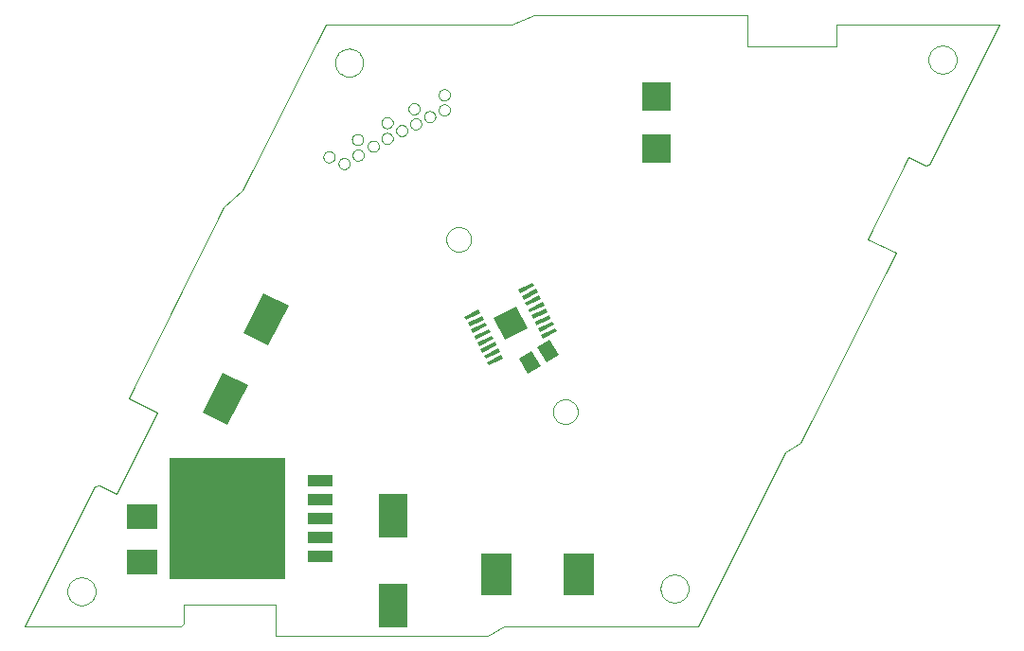
<source format=gtp>
G75*
%MOIN*%
%OFA0B0*%
%FSLAX24Y24*%
%IPPOS*%
%LPD*%
%AMOC8*
5,1,8,0,0,1.08239X$1,22.5*
%
%ADD10C,0.0000*%
%ADD11R,0.0875X0.0875*%
%ADD12R,0.0563X0.0138*%
%ADD13R,0.0512X0.0630*%
%ADD14R,0.1575X0.0984*%
%ADD15R,0.0984X0.1575*%
%ADD16R,0.4098X0.4252*%
%ADD17R,0.0850X0.0420*%
%ADD18R,0.1102X0.1496*%
%ADD19R,0.1000X0.1000*%
%ADD20R,0.1100X0.0900*%
D10*
X001543Y001214D02*
X007057Y001214D01*
X007162Y001332D01*
X007163Y001992D01*
X010376Y001990D01*
X010370Y000897D01*
X017853Y000897D01*
X018407Y001214D01*
X025254Y001214D01*
X028315Y007336D01*
X028846Y007690D01*
X032212Y014373D01*
X031218Y014865D01*
X032655Y017739D01*
X033246Y017444D01*
X033393Y017483D01*
X035864Y022424D01*
X030103Y022423D01*
X030103Y022424D02*
X030103Y021647D01*
X026989Y021647D01*
X026989Y022739D01*
X019476Y022739D01*
X018689Y022424D01*
X012143Y022424D01*
X009220Y016568D01*
X008561Y015977D01*
X005204Y009265D01*
X006218Y008753D01*
X004781Y005889D01*
X004191Y006184D01*
X004004Y006145D01*
X001543Y001214D01*
X003060Y002453D02*
X003062Y002497D01*
X003068Y002541D01*
X003078Y002584D01*
X003091Y002626D01*
X003109Y002666D01*
X003130Y002705D01*
X003154Y002742D01*
X003181Y002777D01*
X003212Y002809D01*
X003245Y002838D01*
X003281Y002864D01*
X003319Y002886D01*
X003359Y002905D01*
X003400Y002921D01*
X003443Y002933D01*
X003486Y002941D01*
X003530Y002945D01*
X003574Y002945D01*
X003618Y002941D01*
X003661Y002933D01*
X003704Y002921D01*
X003745Y002905D01*
X003785Y002886D01*
X003823Y002864D01*
X003859Y002838D01*
X003892Y002809D01*
X003923Y002777D01*
X003950Y002742D01*
X003974Y002705D01*
X003995Y002666D01*
X004013Y002626D01*
X004026Y002584D01*
X004036Y002541D01*
X004042Y002497D01*
X004044Y002453D01*
X004042Y002409D01*
X004036Y002365D01*
X004026Y002322D01*
X004013Y002280D01*
X003995Y002240D01*
X003974Y002201D01*
X003950Y002164D01*
X003923Y002129D01*
X003892Y002097D01*
X003859Y002068D01*
X003823Y002042D01*
X003785Y002020D01*
X003745Y002001D01*
X003704Y001985D01*
X003661Y001973D01*
X003618Y001965D01*
X003574Y001961D01*
X003530Y001961D01*
X003486Y001965D01*
X003443Y001973D01*
X003400Y001985D01*
X003359Y002001D01*
X003319Y002020D01*
X003281Y002042D01*
X003245Y002068D01*
X003212Y002097D01*
X003181Y002129D01*
X003154Y002164D01*
X003130Y002201D01*
X003109Y002240D01*
X003091Y002280D01*
X003078Y002322D01*
X003068Y002365D01*
X003062Y002409D01*
X003060Y002453D01*
X016391Y014853D02*
X016393Y014894D01*
X016399Y014935D01*
X016409Y014975D01*
X016422Y015014D01*
X016439Y015051D01*
X016460Y015087D01*
X016484Y015121D01*
X016511Y015152D01*
X016540Y015180D01*
X016573Y015206D01*
X016607Y015228D01*
X016644Y015247D01*
X016682Y015262D01*
X016722Y015274D01*
X016762Y015282D01*
X016803Y015286D01*
X016845Y015286D01*
X016886Y015282D01*
X016926Y015274D01*
X016966Y015262D01*
X017004Y015247D01*
X017040Y015228D01*
X017075Y015206D01*
X017108Y015180D01*
X017137Y015152D01*
X017164Y015121D01*
X017188Y015087D01*
X017209Y015051D01*
X017226Y015014D01*
X017239Y014975D01*
X017249Y014935D01*
X017255Y014894D01*
X017257Y014853D01*
X017255Y014812D01*
X017249Y014771D01*
X017239Y014731D01*
X017226Y014692D01*
X017209Y014655D01*
X017188Y014619D01*
X017164Y014585D01*
X017137Y014554D01*
X017108Y014526D01*
X017075Y014500D01*
X017041Y014478D01*
X017004Y014459D01*
X016966Y014444D01*
X016926Y014432D01*
X016886Y014424D01*
X016845Y014420D01*
X016803Y014420D01*
X016762Y014424D01*
X016722Y014432D01*
X016682Y014444D01*
X016644Y014459D01*
X016608Y014478D01*
X016573Y014500D01*
X016540Y014526D01*
X016511Y014554D01*
X016484Y014585D01*
X016460Y014619D01*
X016439Y014655D01*
X016422Y014692D01*
X016409Y014731D01*
X016399Y014771D01*
X016393Y014812D01*
X016391Y014853D01*
X012596Y017523D02*
X012598Y017550D01*
X012604Y017577D01*
X012613Y017603D01*
X012626Y017627D01*
X012642Y017650D01*
X012661Y017669D01*
X012683Y017686D01*
X012707Y017700D01*
X012732Y017710D01*
X012759Y017717D01*
X012786Y017720D01*
X012814Y017719D01*
X012841Y017714D01*
X012867Y017706D01*
X012891Y017694D01*
X012914Y017678D01*
X012935Y017660D01*
X012952Y017639D01*
X012967Y017615D01*
X012978Y017590D01*
X012986Y017564D01*
X012990Y017537D01*
X012990Y017509D01*
X012986Y017482D01*
X012978Y017456D01*
X012967Y017431D01*
X012952Y017407D01*
X012935Y017386D01*
X012914Y017368D01*
X012892Y017352D01*
X012867Y017340D01*
X012841Y017332D01*
X012814Y017327D01*
X012786Y017326D01*
X012759Y017329D01*
X012732Y017336D01*
X012707Y017346D01*
X012683Y017360D01*
X012661Y017377D01*
X012642Y017396D01*
X012626Y017419D01*
X012613Y017443D01*
X012604Y017469D01*
X012598Y017496D01*
X012596Y017523D01*
X012065Y017759D02*
X012067Y017786D01*
X012073Y017813D01*
X012082Y017839D01*
X012095Y017863D01*
X012111Y017886D01*
X012130Y017905D01*
X012152Y017922D01*
X012176Y017936D01*
X012201Y017946D01*
X012228Y017953D01*
X012255Y017956D01*
X012283Y017955D01*
X012310Y017950D01*
X012336Y017942D01*
X012360Y017930D01*
X012383Y017914D01*
X012404Y017896D01*
X012421Y017875D01*
X012436Y017851D01*
X012447Y017826D01*
X012455Y017800D01*
X012459Y017773D01*
X012459Y017745D01*
X012455Y017718D01*
X012447Y017692D01*
X012436Y017667D01*
X012421Y017643D01*
X012404Y017622D01*
X012383Y017604D01*
X012361Y017588D01*
X012336Y017576D01*
X012310Y017568D01*
X012283Y017563D01*
X012255Y017562D01*
X012228Y017565D01*
X012201Y017572D01*
X012176Y017582D01*
X012152Y017596D01*
X012130Y017613D01*
X012111Y017632D01*
X012095Y017655D01*
X012082Y017679D01*
X012073Y017705D01*
X012067Y017732D01*
X012065Y017759D01*
X013088Y017818D02*
X013090Y017845D01*
X013096Y017872D01*
X013105Y017898D01*
X013118Y017922D01*
X013134Y017945D01*
X013153Y017964D01*
X013175Y017981D01*
X013199Y017995D01*
X013224Y018005D01*
X013251Y018012D01*
X013278Y018015D01*
X013306Y018014D01*
X013333Y018009D01*
X013359Y018001D01*
X013383Y017989D01*
X013406Y017973D01*
X013427Y017955D01*
X013444Y017934D01*
X013459Y017910D01*
X013470Y017885D01*
X013478Y017859D01*
X013482Y017832D01*
X013482Y017804D01*
X013478Y017777D01*
X013470Y017751D01*
X013459Y017726D01*
X013444Y017702D01*
X013427Y017681D01*
X013406Y017663D01*
X013384Y017647D01*
X013359Y017635D01*
X013333Y017627D01*
X013306Y017622D01*
X013278Y017621D01*
X013251Y017624D01*
X013224Y017631D01*
X013199Y017641D01*
X013175Y017655D01*
X013153Y017672D01*
X013134Y017691D01*
X013118Y017714D01*
X013105Y017738D01*
X013096Y017764D01*
X013090Y017791D01*
X013088Y017818D01*
X013620Y018133D02*
X013622Y018160D01*
X013628Y018187D01*
X013637Y018213D01*
X013650Y018237D01*
X013666Y018260D01*
X013685Y018279D01*
X013707Y018296D01*
X013731Y018310D01*
X013756Y018320D01*
X013783Y018327D01*
X013810Y018330D01*
X013838Y018329D01*
X013865Y018324D01*
X013891Y018316D01*
X013915Y018304D01*
X013938Y018288D01*
X013959Y018270D01*
X013976Y018249D01*
X013991Y018225D01*
X014002Y018200D01*
X014010Y018174D01*
X014014Y018147D01*
X014014Y018119D01*
X014010Y018092D01*
X014002Y018066D01*
X013991Y018041D01*
X013976Y018017D01*
X013959Y017996D01*
X013938Y017978D01*
X013916Y017962D01*
X013891Y017950D01*
X013865Y017942D01*
X013838Y017937D01*
X013810Y017936D01*
X013783Y017939D01*
X013756Y017946D01*
X013731Y017956D01*
X013707Y017970D01*
X013685Y017987D01*
X013666Y018006D01*
X013650Y018029D01*
X013637Y018053D01*
X013628Y018079D01*
X013622Y018106D01*
X013620Y018133D01*
X013068Y018369D02*
X013070Y018396D01*
X013076Y018423D01*
X013085Y018449D01*
X013098Y018473D01*
X013114Y018496D01*
X013133Y018515D01*
X013155Y018532D01*
X013179Y018546D01*
X013204Y018556D01*
X013231Y018563D01*
X013258Y018566D01*
X013286Y018565D01*
X013313Y018560D01*
X013339Y018552D01*
X013363Y018540D01*
X013386Y018524D01*
X013407Y018506D01*
X013424Y018485D01*
X013439Y018461D01*
X013450Y018436D01*
X013458Y018410D01*
X013462Y018383D01*
X013462Y018355D01*
X013458Y018328D01*
X013450Y018302D01*
X013439Y018277D01*
X013424Y018253D01*
X013407Y018232D01*
X013386Y018214D01*
X013364Y018198D01*
X013339Y018186D01*
X013313Y018178D01*
X013286Y018173D01*
X013258Y018172D01*
X013231Y018175D01*
X013204Y018182D01*
X013179Y018192D01*
X013155Y018206D01*
X013133Y018223D01*
X013114Y018242D01*
X013098Y018265D01*
X013085Y018289D01*
X013076Y018315D01*
X013070Y018342D01*
X013068Y018369D01*
X014112Y018408D02*
X014114Y018435D01*
X014120Y018462D01*
X014129Y018488D01*
X014142Y018512D01*
X014158Y018535D01*
X014177Y018554D01*
X014199Y018571D01*
X014223Y018585D01*
X014248Y018595D01*
X014275Y018602D01*
X014302Y018605D01*
X014330Y018604D01*
X014357Y018599D01*
X014383Y018591D01*
X014407Y018579D01*
X014430Y018563D01*
X014451Y018545D01*
X014468Y018524D01*
X014483Y018500D01*
X014494Y018475D01*
X014502Y018449D01*
X014506Y018422D01*
X014506Y018394D01*
X014502Y018367D01*
X014494Y018341D01*
X014483Y018316D01*
X014468Y018292D01*
X014451Y018271D01*
X014430Y018253D01*
X014408Y018237D01*
X014383Y018225D01*
X014357Y018217D01*
X014330Y018212D01*
X014302Y018211D01*
X014275Y018214D01*
X014248Y018221D01*
X014223Y018231D01*
X014199Y018245D01*
X014177Y018262D01*
X014158Y018281D01*
X014142Y018304D01*
X014129Y018328D01*
X014120Y018354D01*
X014114Y018381D01*
X014112Y018408D01*
X014624Y018684D02*
X014626Y018711D01*
X014632Y018738D01*
X014641Y018764D01*
X014654Y018788D01*
X014670Y018811D01*
X014689Y018830D01*
X014711Y018847D01*
X014735Y018861D01*
X014760Y018871D01*
X014787Y018878D01*
X014814Y018881D01*
X014842Y018880D01*
X014869Y018875D01*
X014895Y018867D01*
X014919Y018855D01*
X014942Y018839D01*
X014963Y018821D01*
X014980Y018800D01*
X014995Y018776D01*
X015006Y018751D01*
X015014Y018725D01*
X015018Y018698D01*
X015018Y018670D01*
X015014Y018643D01*
X015006Y018617D01*
X014995Y018592D01*
X014980Y018568D01*
X014963Y018547D01*
X014942Y018529D01*
X014920Y018513D01*
X014895Y018501D01*
X014869Y018493D01*
X014842Y018488D01*
X014814Y018487D01*
X014787Y018490D01*
X014760Y018497D01*
X014735Y018507D01*
X014711Y018521D01*
X014689Y018538D01*
X014670Y018557D01*
X014654Y018580D01*
X014641Y018604D01*
X014632Y018630D01*
X014626Y018657D01*
X014624Y018684D01*
X014112Y018960D02*
X014114Y018987D01*
X014120Y019014D01*
X014129Y019040D01*
X014142Y019064D01*
X014158Y019087D01*
X014177Y019106D01*
X014199Y019123D01*
X014223Y019137D01*
X014248Y019147D01*
X014275Y019154D01*
X014302Y019157D01*
X014330Y019156D01*
X014357Y019151D01*
X014383Y019143D01*
X014407Y019131D01*
X014430Y019115D01*
X014451Y019097D01*
X014468Y019076D01*
X014483Y019052D01*
X014494Y019027D01*
X014502Y019001D01*
X014506Y018974D01*
X014506Y018946D01*
X014502Y018919D01*
X014494Y018893D01*
X014483Y018868D01*
X014468Y018844D01*
X014451Y018823D01*
X014430Y018805D01*
X014408Y018789D01*
X014383Y018777D01*
X014357Y018769D01*
X014330Y018764D01*
X014302Y018763D01*
X014275Y018766D01*
X014248Y018773D01*
X014223Y018783D01*
X014199Y018797D01*
X014177Y018814D01*
X014158Y018833D01*
X014142Y018856D01*
X014129Y018880D01*
X014120Y018906D01*
X014114Y018933D01*
X014112Y018960D01*
X015057Y019452D02*
X015059Y019479D01*
X015065Y019506D01*
X015074Y019532D01*
X015087Y019556D01*
X015103Y019579D01*
X015122Y019598D01*
X015144Y019615D01*
X015168Y019629D01*
X015193Y019639D01*
X015220Y019646D01*
X015247Y019649D01*
X015275Y019648D01*
X015302Y019643D01*
X015328Y019635D01*
X015352Y019623D01*
X015375Y019607D01*
X015396Y019589D01*
X015413Y019568D01*
X015428Y019544D01*
X015439Y019519D01*
X015447Y019493D01*
X015451Y019466D01*
X015451Y019438D01*
X015447Y019411D01*
X015439Y019385D01*
X015428Y019360D01*
X015413Y019336D01*
X015396Y019315D01*
X015375Y019297D01*
X015353Y019281D01*
X015328Y019269D01*
X015302Y019261D01*
X015275Y019256D01*
X015247Y019255D01*
X015220Y019258D01*
X015193Y019265D01*
X015168Y019275D01*
X015144Y019289D01*
X015122Y019306D01*
X015103Y019325D01*
X015087Y019348D01*
X015074Y019372D01*
X015065Y019398D01*
X015059Y019425D01*
X015057Y019452D01*
X015116Y018920D02*
X015118Y018947D01*
X015124Y018974D01*
X015133Y019000D01*
X015146Y019024D01*
X015162Y019047D01*
X015181Y019066D01*
X015203Y019083D01*
X015227Y019097D01*
X015252Y019107D01*
X015279Y019114D01*
X015306Y019117D01*
X015334Y019116D01*
X015361Y019111D01*
X015387Y019103D01*
X015411Y019091D01*
X015434Y019075D01*
X015455Y019057D01*
X015472Y019036D01*
X015487Y019012D01*
X015498Y018987D01*
X015506Y018961D01*
X015510Y018934D01*
X015510Y018906D01*
X015506Y018879D01*
X015498Y018853D01*
X015487Y018828D01*
X015472Y018804D01*
X015455Y018783D01*
X015434Y018765D01*
X015412Y018749D01*
X015387Y018737D01*
X015361Y018729D01*
X015334Y018724D01*
X015306Y018723D01*
X015279Y018726D01*
X015252Y018733D01*
X015227Y018743D01*
X015203Y018757D01*
X015181Y018774D01*
X015162Y018793D01*
X015146Y018816D01*
X015133Y018840D01*
X015124Y018866D01*
X015118Y018893D01*
X015116Y018920D01*
X015608Y019176D02*
X015610Y019203D01*
X015616Y019230D01*
X015625Y019256D01*
X015638Y019280D01*
X015654Y019303D01*
X015673Y019322D01*
X015695Y019339D01*
X015719Y019353D01*
X015744Y019363D01*
X015771Y019370D01*
X015798Y019373D01*
X015826Y019372D01*
X015853Y019367D01*
X015879Y019359D01*
X015903Y019347D01*
X015926Y019331D01*
X015947Y019313D01*
X015964Y019292D01*
X015979Y019268D01*
X015990Y019243D01*
X015998Y019217D01*
X016002Y019190D01*
X016002Y019162D01*
X015998Y019135D01*
X015990Y019109D01*
X015979Y019084D01*
X015964Y019060D01*
X015947Y019039D01*
X015926Y019021D01*
X015904Y019005D01*
X015879Y018993D01*
X015853Y018985D01*
X015826Y018980D01*
X015798Y018979D01*
X015771Y018982D01*
X015744Y018989D01*
X015719Y018999D01*
X015695Y019013D01*
X015673Y019030D01*
X015654Y019049D01*
X015638Y019072D01*
X015625Y019096D01*
X015616Y019122D01*
X015610Y019149D01*
X015608Y019176D01*
X016120Y019412D02*
X016122Y019439D01*
X016128Y019466D01*
X016137Y019492D01*
X016150Y019516D01*
X016166Y019539D01*
X016185Y019558D01*
X016207Y019575D01*
X016231Y019589D01*
X016256Y019599D01*
X016283Y019606D01*
X016310Y019609D01*
X016338Y019608D01*
X016365Y019603D01*
X016391Y019595D01*
X016415Y019583D01*
X016438Y019567D01*
X016459Y019549D01*
X016476Y019528D01*
X016491Y019504D01*
X016502Y019479D01*
X016510Y019453D01*
X016514Y019426D01*
X016514Y019398D01*
X016510Y019371D01*
X016502Y019345D01*
X016491Y019320D01*
X016476Y019296D01*
X016459Y019275D01*
X016438Y019257D01*
X016416Y019241D01*
X016391Y019229D01*
X016365Y019221D01*
X016338Y019216D01*
X016310Y019215D01*
X016283Y019218D01*
X016256Y019225D01*
X016231Y019235D01*
X016207Y019249D01*
X016185Y019266D01*
X016166Y019285D01*
X016150Y019308D01*
X016137Y019332D01*
X016128Y019358D01*
X016122Y019385D01*
X016120Y019412D01*
X016120Y019944D02*
X016122Y019971D01*
X016128Y019998D01*
X016137Y020024D01*
X016150Y020048D01*
X016166Y020071D01*
X016185Y020090D01*
X016207Y020107D01*
X016231Y020121D01*
X016256Y020131D01*
X016283Y020138D01*
X016310Y020141D01*
X016338Y020140D01*
X016365Y020135D01*
X016391Y020127D01*
X016415Y020115D01*
X016438Y020099D01*
X016459Y020081D01*
X016476Y020060D01*
X016491Y020036D01*
X016502Y020011D01*
X016510Y019985D01*
X016514Y019958D01*
X016514Y019930D01*
X016510Y019903D01*
X016502Y019877D01*
X016491Y019852D01*
X016476Y019828D01*
X016459Y019807D01*
X016438Y019789D01*
X016416Y019773D01*
X016391Y019761D01*
X016365Y019753D01*
X016338Y019748D01*
X016310Y019747D01*
X016283Y019750D01*
X016256Y019757D01*
X016231Y019767D01*
X016207Y019781D01*
X016185Y019798D01*
X016166Y019817D01*
X016150Y019840D01*
X016137Y019864D01*
X016128Y019890D01*
X016122Y019917D01*
X016120Y019944D01*
X012478Y021079D02*
X012480Y021123D01*
X012486Y021167D01*
X012496Y021210D01*
X012509Y021252D01*
X012527Y021292D01*
X012548Y021331D01*
X012572Y021368D01*
X012599Y021403D01*
X012630Y021435D01*
X012663Y021464D01*
X012699Y021490D01*
X012737Y021512D01*
X012777Y021531D01*
X012818Y021547D01*
X012861Y021559D01*
X012904Y021567D01*
X012948Y021571D01*
X012992Y021571D01*
X013036Y021567D01*
X013079Y021559D01*
X013122Y021547D01*
X013163Y021531D01*
X013203Y021512D01*
X013241Y021490D01*
X013277Y021464D01*
X013310Y021435D01*
X013341Y021403D01*
X013368Y021368D01*
X013392Y021331D01*
X013413Y021292D01*
X013431Y021252D01*
X013444Y021210D01*
X013454Y021167D01*
X013460Y021123D01*
X013462Y021079D01*
X013460Y021035D01*
X013454Y020991D01*
X013444Y020948D01*
X013431Y020906D01*
X013413Y020866D01*
X013392Y020827D01*
X013368Y020790D01*
X013341Y020755D01*
X013310Y020723D01*
X013277Y020694D01*
X013241Y020668D01*
X013203Y020646D01*
X013163Y020627D01*
X013122Y020611D01*
X013079Y020599D01*
X013036Y020591D01*
X012992Y020587D01*
X012948Y020587D01*
X012904Y020591D01*
X012861Y020599D01*
X012818Y020611D01*
X012777Y020627D01*
X012737Y020646D01*
X012699Y020668D01*
X012663Y020694D01*
X012630Y020723D01*
X012599Y020755D01*
X012572Y020790D01*
X012548Y020827D01*
X012527Y020866D01*
X012509Y020906D01*
X012496Y020948D01*
X012486Y020991D01*
X012480Y021035D01*
X012478Y021079D01*
X020144Y008781D02*
X020146Y008822D01*
X020152Y008863D01*
X020162Y008903D01*
X020175Y008942D01*
X020192Y008979D01*
X020213Y009015D01*
X020237Y009049D01*
X020264Y009080D01*
X020293Y009108D01*
X020326Y009134D01*
X020360Y009156D01*
X020397Y009175D01*
X020435Y009190D01*
X020475Y009202D01*
X020515Y009210D01*
X020556Y009214D01*
X020598Y009214D01*
X020639Y009210D01*
X020679Y009202D01*
X020719Y009190D01*
X020757Y009175D01*
X020793Y009156D01*
X020828Y009134D01*
X020861Y009108D01*
X020890Y009080D01*
X020917Y009049D01*
X020941Y009015D01*
X020962Y008979D01*
X020979Y008942D01*
X020992Y008903D01*
X021002Y008863D01*
X021008Y008822D01*
X021010Y008781D01*
X021008Y008740D01*
X021002Y008699D01*
X020992Y008659D01*
X020979Y008620D01*
X020962Y008583D01*
X020941Y008547D01*
X020917Y008513D01*
X020890Y008482D01*
X020861Y008454D01*
X020828Y008428D01*
X020794Y008406D01*
X020757Y008387D01*
X020719Y008372D01*
X020679Y008360D01*
X020639Y008352D01*
X020598Y008348D01*
X020556Y008348D01*
X020515Y008352D01*
X020475Y008360D01*
X020435Y008372D01*
X020397Y008387D01*
X020361Y008406D01*
X020326Y008428D01*
X020293Y008454D01*
X020264Y008482D01*
X020237Y008513D01*
X020213Y008547D01*
X020192Y008583D01*
X020175Y008620D01*
X020162Y008659D01*
X020152Y008699D01*
X020146Y008740D01*
X020144Y008781D01*
X023929Y002550D02*
X023931Y002594D01*
X023937Y002638D01*
X023947Y002681D01*
X023960Y002723D01*
X023978Y002763D01*
X023999Y002802D01*
X024023Y002839D01*
X024050Y002874D01*
X024081Y002906D01*
X024114Y002935D01*
X024150Y002961D01*
X024188Y002983D01*
X024228Y003002D01*
X024269Y003018D01*
X024312Y003030D01*
X024355Y003038D01*
X024399Y003042D01*
X024443Y003042D01*
X024487Y003038D01*
X024530Y003030D01*
X024573Y003018D01*
X024614Y003002D01*
X024654Y002983D01*
X024692Y002961D01*
X024728Y002935D01*
X024761Y002906D01*
X024792Y002874D01*
X024819Y002839D01*
X024843Y002802D01*
X024864Y002763D01*
X024882Y002723D01*
X024895Y002681D01*
X024905Y002638D01*
X024911Y002594D01*
X024913Y002550D01*
X024911Y002506D01*
X024905Y002462D01*
X024895Y002419D01*
X024882Y002377D01*
X024864Y002337D01*
X024843Y002298D01*
X024819Y002261D01*
X024792Y002226D01*
X024761Y002194D01*
X024728Y002165D01*
X024692Y002139D01*
X024654Y002117D01*
X024614Y002098D01*
X024573Y002082D01*
X024530Y002070D01*
X024487Y002062D01*
X024443Y002058D01*
X024399Y002058D01*
X024355Y002062D01*
X024312Y002070D01*
X024269Y002082D01*
X024228Y002098D01*
X024188Y002117D01*
X024150Y002139D01*
X024114Y002165D01*
X024081Y002194D01*
X024050Y002226D01*
X024023Y002261D01*
X023999Y002298D01*
X023978Y002337D01*
X023960Y002377D01*
X023947Y002419D01*
X023937Y002462D01*
X023931Y002506D01*
X023929Y002550D01*
X033359Y021185D02*
X033361Y021229D01*
X033367Y021273D01*
X033377Y021316D01*
X033390Y021358D01*
X033408Y021398D01*
X033429Y021437D01*
X033453Y021474D01*
X033480Y021509D01*
X033511Y021541D01*
X033544Y021570D01*
X033580Y021596D01*
X033618Y021618D01*
X033658Y021637D01*
X033699Y021653D01*
X033742Y021665D01*
X033785Y021673D01*
X033829Y021677D01*
X033873Y021677D01*
X033917Y021673D01*
X033960Y021665D01*
X034003Y021653D01*
X034044Y021637D01*
X034084Y021618D01*
X034122Y021596D01*
X034158Y021570D01*
X034191Y021541D01*
X034222Y021509D01*
X034249Y021474D01*
X034273Y021437D01*
X034294Y021398D01*
X034312Y021358D01*
X034325Y021316D01*
X034335Y021273D01*
X034341Y021229D01*
X034343Y021185D01*
X034341Y021141D01*
X034335Y021097D01*
X034325Y021054D01*
X034312Y021012D01*
X034294Y020972D01*
X034273Y020933D01*
X034249Y020896D01*
X034222Y020861D01*
X034191Y020829D01*
X034158Y020800D01*
X034122Y020774D01*
X034084Y020752D01*
X034044Y020733D01*
X034003Y020717D01*
X033960Y020705D01*
X033917Y020697D01*
X033873Y020693D01*
X033829Y020693D01*
X033785Y020697D01*
X033742Y020705D01*
X033699Y020717D01*
X033658Y020733D01*
X033618Y020752D01*
X033580Y020774D01*
X033544Y020800D01*
X033511Y020829D01*
X033480Y020861D01*
X033453Y020896D01*
X033429Y020933D01*
X033408Y020972D01*
X033390Y021012D01*
X033377Y021054D01*
X033367Y021097D01*
X033361Y021141D01*
X033359Y021185D01*
D11*
G36*
X019236Y011702D02*
X018455Y011311D01*
X018064Y012092D01*
X018845Y012483D01*
X019236Y011702D01*
G37*
D12*
G36*
X019502Y011939D02*
X020004Y012190D01*
X020066Y012067D01*
X019564Y011816D01*
X019502Y011939D01*
G37*
G36*
X019387Y012168D02*
X019889Y012419D01*
X019951Y012296D01*
X019449Y012045D01*
X019387Y012168D01*
G37*
G36*
X019272Y012396D02*
X019774Y012647D01*
X019836Y012524D01*
X019334Y012273D01*
X019272Y012396D01*
G37*
G36*
X019158Y012625D02*
X019660Y012876D01*
X019722Y012753D01*
X019220Y012502D01*
X019158Y012625D01*
G37*
G36*
X019043Y012854D02*
X019545Y013105D01*
X019607Y012982D01*
X019105Y012731D01*
X019043Y012854D01*
G37*
G36*
X018929Y013083D02*
X019431Y013334D01*
X019493Y013211D01*
X018991Y012960D01*
X018929Y013083D01*
G37*
G36*
X019616Y011710D02*
X020118Y011961D01*
X020180Y011838D01*
X019678Y011587D01*
X019616Y011710D01*
G37*
G36*
X019731Y011481D02*
X020233Y011732D01*
X020295Y011609D01*
X019793Y011358D01*
X019731Y011481D01*
G37*
G36*
X017830Y010529D02*
X018332Y010780D01*
X018394Y010657D01*
X017892Y010406D01*
X017830Y010529D01*
G37*
G36*
X017715Y010758D02*
X018217Y011009D01*
X018279Y010886D01*
X017777Y010635D01*
X017715Y010758D01*
G37*
G36*
X017601Y010987D02*
X018103Y011238D01*
X018165Y011115D01*
X017663Y010864D01*
X017601Y010987D01*
G37*
G36*
X017486Y011216D02*
X017988Y011467D01*
X018050Y011344D01*
X017548Y011093D01*
X017486Y011216D01*
G37*
G36*
X017372Y011444D02*
X017874Y011695D01*
X017936Y011572D01*
X017434Y011321D01*
X017372Y011444D01*
G37*
G36*
X017257Y011673D02*
X017759Y011924D01*
X017821Y011801D01*
X017319Y011550D01*
X017257Y011673D01*
G37*
G36*
X017142Y011902D02*
X017644Y012153D01*
X017706Y012030D01*
X017204Y011779D01*
X017142Y011902D01*
G37*
G36*
X017028Y012131D02*
X017530Y012382D01*
X017592Y012259D01*
X017090Y012008D01*
X017028Y012131D01*
G37*
D13*
G36*
X019702Y010397D02*
X019267Y010129D01*
X018938Y010665D01*
X019373Y010933D01*
X019702Y010397D01*
G37*
G36*
X020339Y010788D02*
X019904Y010520D01*
X019575Y011056D01*
X020010Y011324D01*
X020339Y010788D01*
G37*
D14*
G36*
X010839Y012518D02*
X010125Y011117D01*
X009249Y011564D01*
X009963Y012965D01*
X010839Y012518D01*
G37*
G36*
X009409Y009712D02*
X008695Y008311D01*
X007819Y008758D01*
X008533Y010159D01*
X009409Y009712D01*
G37*
D15*
X014505Y005102D03*
X014505Y001952D03*
D16*
X008680Y005023D03*
D17*
X011960Y005023D03*
X011960Y004353D03*
X011960Y003683D03*
X011960Y005693D03*
X011960Y006363D03*
D18*
X018135Y003052D03*
X021048Y003052D03*
D19*
X023801Y018047D03*
X023801Y019897D03*
D20*
X005669Y005085D03*
X005669Y003474D03*
M02*

</source>
